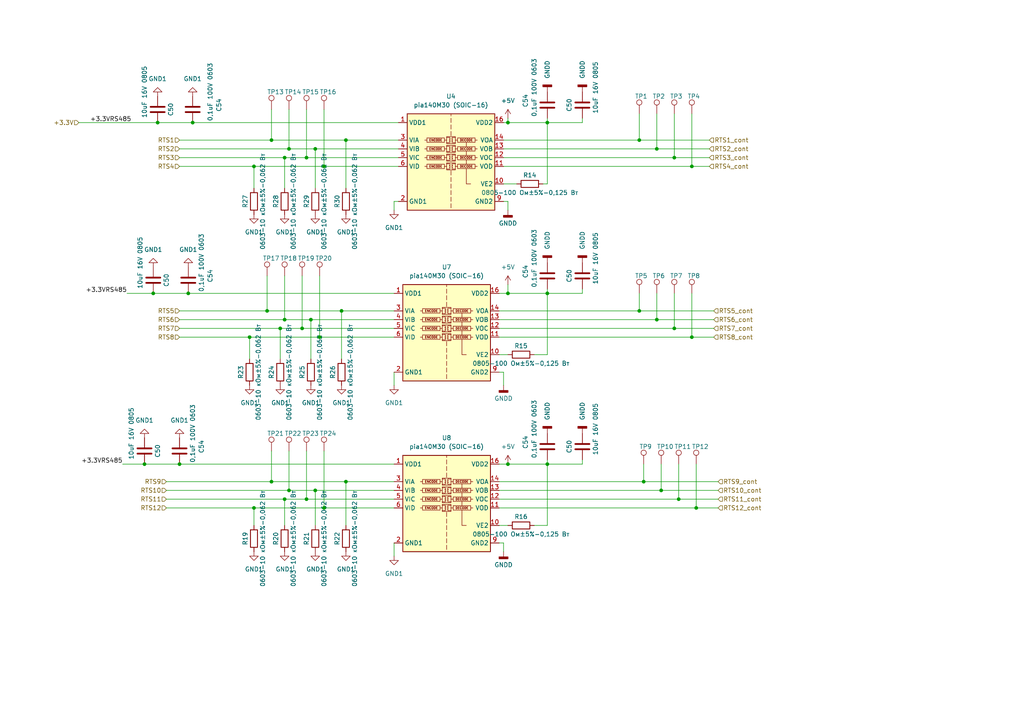
<source format=kicad_sch>
(kicad_sch (version 20230121) (generator eeschema)
  (paper "A4")
  (lib_symbols
    (symbol "Connector:TestPoint" (pin_numbers hide) (pin_names (offset 0.762) hide)
      (property "Reference" "TP" (at 0 6.858 0))
      (property "Value" "TestPoint" (at 0 5.08 0))
      (symbol "TestPoint_0_1"
        (circle (center 0 3.302) (radius 0.762))
      )
      (symbol "TestPoint_1_1"
        (pin passive line (at 0 0 90) (length 2.54) (name "1") (number "1"))
      )
    )
    (symbol "Device:C" (pin_numbers hide) (pin_names (offset 0.254))
      (property "Reference" "C" (at 0.635 2.54 0))
      (property "Value" "C" (at 0.635 -2.54 0))
      (symbol "C_0_1"
        (polyline (pts (xy -2.032 -0.762) (xy 2.032 -0.762)) (stroke (width 0.508)))
        (polyline (pts (xy -2.032 0.762) (xy 2.032 0.762)) (stroke (width 0.508)))
      )
      (symbol "C_1_1"
        (pin passive line (at 0 3.81 270) (length 2.794) (name "~") (number "1"))
        (pin passive line (at 0 -3.81 90) (length 2.794) (name "~") (number "2"))
      )
    )
    (symbol "Device:R" (pin_numbers hide) (pin_names (offset 0))
      (property "Reference" "R" (at 2.032 0 90))
      (property "Value" "R" (at 0 0 90))
      (symbol "R_0_1"
        (rectangle (start -1.016 -2.54) (end 1.016 2.54) (stroke (width 0.254)))
      )
      (symbol "R_1_1"
        (pin passive line (at 0 3.81 270) (length 1.27) (name "~") (number "1"))
        (pin passive line (at 0 -3.81 90) (length 1.27) (name "~") (number "2"))
      )
    )
    (symbol "Isolator:π140M3x"
      (property "Reference" "U" (at 0 19.05 0))
      (property "Value" "π140M3x" (at 0 16.51 0))
      (symbol "π140M3x_0_0"
        (rectangle (start -1.905 0.635) (end -6.985 -0.635))
        (rectangle (start -1.27 1.016) (end 1.27 -1.016))
        (rectangle (start -1.27 3.556) (end 1.27 1.524))
        (rectangle (start -1.27 6.096) (end 1.27 4.064))
        (rectangle (start -1.27 8.636) (end 1.27 6.604))
        (arc (start -0.508 -0.762) (mid -0.2551 -0.508) (end -0.508 -0.254))
        (arc (start -0.508 -0.254) (mid -0.2551 0) (end -0.508 0.254))
        (arc (start -0.508 0.254) (mid -0.2551 0.508) (end -0.508 0.762))
        (arc (start -0.508 1.778) (mid -0.2551 2.032) (end -0.508 2.286))
        (arc (start -0.508 2.286) (mid -0.2551 2.54) (end -0.508 2.794))
        (arc (start -0.508 2.794) (mid -0.2551 3.048) (end -0.508 3.302))
        (arc (start -0.508 4.318) (mid -0.2551 4.572) (end -0.508 4.826))
        (arc (start -0.508 4.826) (mid -0.2551 5.08) (end -0.508 5.334))
        (arc (start -0.508 5.334) (mid -0.2551 5.588) (end -0.508 5.842))
        (arc (start -0.508 6.858) (mid -0.2551 7.112) (end -0.508 7.366))
        (arc (start -0.508 7.366) (mid -0.2551 7.62) (end -0.508 7.874))
        (arc (start -0.508 7.874) (mid -0.2551 8.128) (end -0.508 8.382))
        (polyline (pts (xy -6.985 0) (xy -7.62 0)))
        (polyline (pts (xy -6.985 2.54) (xy -7.62 2.54)))
        (polyline (pts (xy -6.985 5.08) (xy -7.62 5.08)))
        (polyline (pts (xy -6.985 7.62) (xy -7.62 7.62)))
        (polyline (pts (xy -1.905 0) (xy -1.27 0)))
        (polyline (pts (xy -1.905 2.54) (xy -1.27 2.54)))
        (polyline (pts (xy -1.905 5.08) (xy -1.27 5.08)))
        (polyline (pts (xy -1.905 7.62) (xy -1.27 7.62)))
        (polyline (pts (xy -1.27 -0.762) (xy -0.508 -0.762)))
        (polyline (pts (xy -1.27 0.762) (xy -0.508 0.762)))
        (polyline (pts (xy -1.27 1.778) (xy -0.508 1.778)))
        (polyline (pts (xy -1.27 3.302) (xy -0.508 3.302)))
        (polyline (pts (xy -1.27 4.318) (xy -0.508 4.318)))
        (polyline (pts (xy -1.27 5.842) (xy -0.508 5.842)))
        (polyline (pts (xy -1.27 6.858) (xy -0.508 6.858)))
        (polyline (pts (xy -1.27 8.382) (xy -0.508 8.382)))
        (polyline (pts (xy 0 -10.795) (xy 0 -12.065)))
        (polyline (pts (xy 0 -8.89) (xy 0 -10.16)))
        (polyline (pts (xy 0 -6.985) (xy 0 -8.255)))
        (polyline (pts (xy 0 -5.08) (xy 0 -6.35)))
        (polyline (pts (xy 0 -3.175) (xy 0 -4.445)))
        (polyline (pts (xy 0 -1.27) (xy 0 -2.54)))
        (polyline (pts (xy 0 8.89) (xy 0 10.16)))
        (polyline (pts (xy 0 10.795) (xy 0 12.065)))
        (polyline (pts (xy 0 12.7) (xy 0 13.97)))
        (polyline (pts (xy 0 15.24) (xy 0 14.605)))
        (polyline (pts (xy 1.27 -0.762) (xy 0.508 -0.762)))
        (polyline (pts (xy 1.27 0.762) (xy 0.508 0.762)))
        (polyline (pts (xy 1.27 1.778) (xy 0.508 1.778)))
        (polyline (pts (xy 1.27 3.302) (xy 0.508 3.302)))
        (polyline (pts (xy 1.27 4.318) (xy 0.508 4.318)))
        (polyline (pts (xy 1.27 5.842) (xy 0.508 5.842)))
        (polyline (pts (xy 1.27 6.858) (xy 0.508 6.858)))
        (polyline (pts (xy 1.27 8.382) (xy 0.508 8.382)))
        (polyline (pts (xy 1.905 0) (xy 1.27 0)))
        (polyline (pts (xy 1.905 2.54) (xy 1.27 2.54)))
        (polyline (pts (xy 1.905 5.08) (xy 1.27 5.08)))
        (polyline (pts (xy 1.905 7.62) (xy 1.27 7.62)))
        (polyline (pts (xy 4.445 0.635) (xy 4.445 1.905)))
        (polyline (pts (xy 4.445 3.175) (xy 4.445 4.445)))
        (polyline (pts (xy 4.445 5.715) (xy 4.445 6.985)))
        (polyline (pts (xy 6.985 0) (xy 7.62 0)))
        (polyline (pts (xy 6.985 2.54) (xy 7.62 2.54)))
        (polyline (pts (xy 6.985 5.08) (xy 7.62 5.08)))
        (polyline (pts (xy 6.985 7.62) (xy 7.62 7.62)))
        (polyline (pts (xy 5.715 -5.08) (xy 4.445 -5.08) (xy 4.445 -0.635)))
        (arc (start 0.508 -0.254) (mid 0.2551 -0.508) (end 0.508 -0.762))
        (arc (start 0.508 0.254) (mid 0.2551 0) (end 0.508 -0.254))
        (arc (start 0.508 0.762) (mid 0.2551 0.508) (end 0.508 0.254))
        (arc (start 0.508 2.286) (mid 0.2551 2.032) (end 0.508 1.778))
        (arc (start 0.508 2.794) (mid 0.2551 2.54) (end 0.508 2.286))
        (arc (start 0.508 3.302) (mid 0.2551 3.048) (end 0.508 2.794))
        (arc (start 0.508 4.826) (mid 0.2551 4.572) (end 0.508 4.318))
        (arc (start 0.508 5.334) (mid 0.2551 5.08) (end 0.508 4.826))
        (arc (start 0.508 5.842) (mid 0.2551 5.588) (end 0.508 5.334))
        (arc (start 0.508 7.366) (mid 0.2551 7.112) (end 0.508 6.858))
        (arc (start 0.508 7.874) (mid 0.2551 7.62) (end 0.508 7.366))
        (arc (start 0.508 8.382) (mid 0.2551 8.128) (end 0.508 7.874))
        (rectangle (start 1.905 0.635) (end 6.985 -0.635))
        (rectangle (start 1.905 3.175) (end 6.985 1.905))
        (rectangle (start 1.905 5.715) (end 6.985 4.445))
        (rectangle (start 1.905 8.255) (end 6.985 6.985))
        (text "DECODE" (at 4.445 0 0) (effects (font (size 0.635 0.635))))
        (text "DECODE" (at 4.445 2.54 0) (effects (font (size 0.635 0.635))))
        (text "DECODE" (at 4.445 5.08 0) (effects (font (size 0.635 0.635))))
        (text "DECODE" (at 4.445 7.62 0) (effects (font (size 0.635 0.635))))
        (text "ENCODE" (at -4.445 0 0) (effects (font (size 0.635 0.635))))
        (text "ENCODE" (at -4.445 2.54 0) (effects (font (size 0.635 0.635))))
        (text "ENCODE" (at -4.445 5.08 0) (effects (font (size 0.635 0.635))))
        (text "ENCODE" (at -4.445 7.62 0) (effects (font (size 0.635 0.635))))
      )
      (symbol "π140M3x_0_1"
        (rectangle (start -12.7 15.24) (end 12.7 -12.7) (stroke (width 0.254)) (fill (type background)))
        (rectangle (start -1.905 3.175) (end -6.985 1.905))
        (rectangle (start -1.905 5.715) (end -6.985 4.445))
        (rectangle (start -1.905 8.255) (end -6.985 6.985))
      )
      (symbol "π140M3x_1_1"
        (pin power_in line (at -15.24 12.7 0) (length 2.54) (name "VDD1") (number "1"))
        (pin input line (at 15.24 -5.08 180) (length 2.54) (name "VE2") (number "10"))
        (pin output line (at 15.24 0 180) (length 2.54) (name "VOD") (number "11"))
        (pin output line (at 15.24 2.54 180) (length 2.54) (name "VOC") (number "12"))
        (pin output line (at 15.24 5.08 180) (length 2.54) (name "VOB") (number "13"))
        (pin output line (at 15.24 7.62 180) (length 2.54) (name "VOA") (number "14"))
        (pin passive line (at 15.24 -10.16 180) (length 2.54) hide (name "GND2") (number "15"))
        (pin power_in line (at 15.24 12.7 180) (length 2.54) (name "VDD2") (number "16"))
        (pin power_in line (at -15.24 -10.16 0) (length 2.54) (name "GND1") (number "2"))
        (pin input line (at -15.24 7.62 0) (length 2.54) (name "VIA") (number "3"))
        (pin input line (at -15.24 5.08 0) (length 2.54) (name "VIB") (number "4"))
        (pin input line (at -15.24 2.54 0) (length 2.54) (name "VIC") (number "5"))
        (pin input line (at -15.24 0 0) (length 2.54) (name "VID") (number "6"))
        (pin no_connect line (at -12.7 -5.08 0) (length 2.54) hide (name "NC") (number "7"))
        (pin passive line (at -15.24 -10.16 0) (length 2.54) hide (name "GND1") (number "8"))
        (pin power_in line (at 15.24 -10.16 180) (length 2.54) (name "GND2") (number "9"))
      )
    )
    (symbol "PCM_4ms_Power-symbol:+5V" (power) (pin_numbers hide) (pin_names (offset 0) hide)
      (property "Value" "+5V" (at 0 3.556 0))
      (symbol "+5V_0_1"
        (polyline (pts (xy -0.762 1.27) (xy 0 2.54)))
        (polyline (pts (xy 0 0) (xy 0 2.54)))
        (polyline (pts (xy 0 2.54) (xy 0.762 1.27)))
      )
      (symbol "+5V_1_1"
        (pin power_in line (at 0 0 90) (length 0) hide (name "+5V") (number "1"))
      )
    )
    (symbol "power:GND1" (power) (pin_numbers hide) (pin_names (offset 0) hide)
      (property "Value" "GND1" (at 0 -3.81 0))
      (symbol "GND1_0_1"
        (polyline (pts (xy 0 0) (xy 0 -1.27) (xy 1.27 -1.27) (xy 0 -2.54) (xy -1.27 -1.27) (xy 0 -1.27)))
      )
      (symbol "GND1_1_1"
        (pin power_in line (at 0 0 270) (length 0) hide (name "GND1") (number "1"))
      )
    )
    (symbol "power:GNDD" (power) (pin_numbers hide) (pin_names (offset 0) hide)
      (property "Value" "GNDD" (at 0 -3.175 0))
      (symbol "GNDD_0_1"
        (rectangle (start -1.27 -1.524) (end 1.27 -2.032) (stroke (width 0.254)) (fill (type outline)))
        (polyline (pts (xy 0 0) (xy 0 -1.524)))
      )
      (symbol "GNDD_1_1"
        (pin power_in line (at 0 0 270) (length 0) hide (name "GNDD") (number "1"))
      )
    )
  )
  (junction (at 190.5 92.71))
  (junction (at 44.45 85.09))
  (junction (at 52.07 134.62))
  (junction (at 100.33 139.7))
  (junction (at 158.75 35.56))
  (junction (at 195.58 95.25))
  (junction (at 185.42 90.17))
  (junction (at 185.42 40.64))
  (junction (at 78.74 40.64))
  (junction (at 82.55 92.71))
  (junction (at 100.33 40.64))
  (junction (at 91.44 142.24))
  (junction (at 200.66 48.26))
  (junction (at 99.06 90.17))
  (junction (at 186.69 139.7))
  (junction (at 147.32 35.56))
  (junction (at 54.61 85.09))
  (junction (at 201.93 147.32))
  (junction (at 158.75 134.62))
  (junction (at 73.66 147.32))
  (junction (at 158.75 85.09))
  (junction (at 90.17 92.71))
  (junction (at 147.32 134.62))
  (junction (at 83.82 142.24))
  (junction (at 72.39 97.79))
  (junction (at 93.98 48.26))
  (junction (at 82.55 45.72))
  (junction (at 83.82 43.18))
  (junction (at 196.85 144.78))
  (junction (at 88.9 144.78))
  (junction (at 190.5 43.18))
  (junction (at 91.44 43.18))
  (junction (at 93.98 147.32))
  (junction (at 191.77 142.24))
  (junction (at 41.91 134.62))
  (junction (at 81.28 95.25))
  (junction (at 195.58 45.72))
  (junction (at 78.74 139.7))
  (junction (at 73.66 48.26))
  (junction (at 92.71 97.79))
  (junction (at 55.88 35.56))
  (junction (at 77.47 90.17))
  (junction (at 88.9 45.72))
  (junction (at 147.32 85.09))
  (junction (at 82.55 144.78))
  (junction (at 45.72 35.56))
  (junction (at 87.63 95.25))
  (junction (at 200.66 97.79))
  (wire (pts (xy 147.32 82.55) (xy 147.32 85.09)))
  (wire (pts (xy 93.98 31.75) (xy 93.98 48.26)))
  (wire (pts (xy 190.5 43.18) (xy 205.74 43.18)))
  (wire (pts (xy 201.93 134.62) (xy 201.93 147.32)))
  (wire (pts (xy 185.42 33.02) (xy 185.42 40.64)))
  (wire (pts (xy 144.78 139.7) (xy 186.69 139.7)))
  (wire (pts (xy 99.06 90.17) (xy 99.06 104.14)))
  (wire (pts (xy 90.17 104.14) (xy 90.17 92.71)))
  (wire (pts (xy 144.78 147.32) (xy 201.93 147.32)))
  (wire (pts (xy 146.05 48.26) (xy 200.66 48.26)))
  (wire (pts (xy 158.75 34.29) (xy 158.75 35.56)))
  (wire (pts (xy 93.98 147.32) (xy 114.3 147.32)))
  (wire (pts (xy 190.5 92.71) (xy 207.01 92.71)))
  (wire (pts (xy 191.77 142.24) (xy 208.28 142.24)))
  (wire (pts (xy 146.05 45.72) (xy 195.58 45.72)))
  (wire (pts (xy 147.32 134.62) (xy 158.75 134.62)))
  (wire (pts (xy 168.91 83.82) (xy 168.91 85.09)))
  (wire (pts (xy 190.5 85.09) (xy 190.5 92.71)))
  (wire (pts (xy 82.55 144.78) (xy 82.55 152.4)))
  (wire (pts (xy 195.58 33.02) (xy 195.58 45.72)))
  (wire (pts (xy 52.07 43.18) (xy 83.82 43.18)))
  (wire (pts (xy 200.66 97.79) (xy 207.01 97.79)))
  (wire (pts (xy 100.33 139.7) (xy 100.33 152.4)))
  (wire (pts (xy 185.42 40.64) (xy 205.74 40.64)))
  (wire (pts (xy 88.9 144.78) (xy 114.3 144.78)))
  (wire (pts (xy 82.55 92.71) (xy 90.17 92.71)))
  (wire (pts (xy 88.9 130.81) (xy 88.9 144.78)))
  (wire (pts (xy 44.45 85.09) (xy 54.61 85.09)))
  (wire (pts (xy 200.66 85.09) (xy 200.66 97.79)))
  (wire (pts (xy 200.66 48.26) (xy 205.74 48.26)))
  (wire (pts (xy 186.69 139.7) (xy 208.28 139.7)))
  (wire (pts (xy 158.75 152.4) (xy 158.75 134.62)))
  (wire (pts (xy 146.05 107.95) (xy 146.05 111.76)))
  (wire (pts (xy 154.94 152.4) (xy 158.75 152.4)))
  (wire (pts (xy 195.58 95.25) (xy 207.01 95.25)))
  (wire (pts (xy 190.5 33.02) (xy 190.5 43.18)))
  (wire (pts (xy 144.78 107.95) (xy 146.05 107.95)))
  (wire (pts (xy 77.47 90.17) (xy 99.06 90.17)))
  (wire (pts (xy 48.26 142.24) (xy 83.82 142.24)))
  (wire (pts (xy 196.85 144.78) (xy 208.28 144.78)))
  (wire (pts (xy 83.82 130.81) (xy 83.82 142.24)))
  (wire (pts (xy 114.3 157.48) (xy 114.3 161.29)))
  (wire (pts (xy 54.61 85.09) (xy 114.3 85.09)))
  (wire (pts (xy 52.07 45.72) (xy 82.55 45.72)))
  (wire (pts (xy 168.91 34.29) (xy 168.91 35.56)))
  (wire (pts (xy 78.74 139.7) (xy 100.33 139.7)))
  (wire (pts (xy 78.74 130.81) (xy 78.74 139.7)))
  (wire (pts (xy 146.05 53.34) (xy 149.86 53.34)))
  (wire (pts (xy 81.28 95.25) (xy 87.63 95.25)))
  (wire (pts (xy 78.74 31.75) (xy 78.74 40.64)))
  (wire (pts (xy 88.9 31.75) (xy 88.9 45.72)))
  (wire (pts (xy 48.26 139.7) (xy 78.74 139.7)))
  (wire (pts (xy 78.74 40.64) (xy 100.33 40.64)))
  (wire (pts (xy 72.39 97.79) (xy 72.39 104.14)))
  (wire (pts (xy 93.98 48.26) (xy 115.57 48.26)))
  (wire (pts (xy 92.71 97.79) (xy 114.3 97.79)))
  (wire (pts (xy 55.88 35.56) (xy 115.57 35.56)))
  (wire (pts (xy 82.55 45.72) (xy 88.9 45.72)))
  (wire (pts (xy 91.44 43.18) (xy 115.57 43.18)))
  (wire (pts (xy 48.26 147.32) (xy 73.66 147.32)))
  (wire (pts (xy 144.78 95.25) (xy 195.58 95.25)))
  (wire (pts (xy 73.66 147.32) (xy 73.66 152.4)))
  (wire (pts (xy 146.05 40.64) (xy 185.42 40.64)))
  (wire (pts (xy 82.55 80.01) (xy 82.55 92.71)))
  (wire (pts (xy 100.33 40.64) (xy 100.33 54.61)))
  (wire (pts (xy 144.78 157.48) (xy 146.05 157.48)))
  (wire (pts (xy 99.06 90.17) (xy 114.3 90.17)))
  (wire (pts (xy 158.75 53.34) (xy 158.75 35.56)))
  (wire (pts (xy 144.78 92.71) (xy 190.5 92.71)))
  (wire (pts (xy 195.58 85.09) (xy 195.58 95.25)))
  (wire (pts (xy 144.78 144.78) (xy 196.85 144.78)))
  (wire (pts (xy 83.82 31.75) (xy 83.82 43.18)))
  (wire (pts (xy 73.66 48.26) (xy 93.98 48.26)))
  (wire (pts (xy 52.07 92.71) (xy 82.55 92.71)))
  (wire (pts (xy 146.05 35.56) (xy 147.32 35.56)))
  (wire (pts (xy 73.66 147.32) (xy 93.98 147.32)))
  (wire (pts (xy 91.44 43.18) (xy 91.44 54.61)))
  (wire (pts (xy 144.78 152.4) (xy 147.32 152.4)))
  (wire (pts (xy 52.07 134.62) (xy 114.3 134.62)))
  (wire (pts (xy 52.07 90.17) (xy 77.47 90.17)))
  (wire (pts (xy 144.78 102.87) (xy 147.32 102.87)))
  (wire (pts (xy 191.77 134.62) (xy 191.77 142.24)))
  (wire (pts (xy 52.07 48.26) (xy 73.66 48.26)))
  (wire (pts (xy 144.78 85.09) (xy 147.32 85.09)))
  (wire (pts (xy 72.39 97.79) (xy 92.71 97.79)))
  (wire (pts (xy 196.85 134.62) (xy 196.85 144.78)))
  (wire (pts (xy 36.83 85.09) (xy 44.45 85.09)))
  (wire (pts (xy 168.91 133.35) (xy 168.91 134.62)))
  (wire (pts (xy 201.93 147.32) (xy 208.28 147.32)))
  (wire (pts (xy 83.82 43.18) (xy 91.44 43.18)))
  (wire (pts (xy 22.86 35.56) (xy 45.72 35.56)))
  (wire (pts (xy 114.3 58.42) (xy 114.3 60.96)))
  (wire (pts (xy 144.78 90.17) (xy 185.42 90.17)))
  (wire (pts (xy 200.66 33.02) (xy 200.66 48.26)))
  (wire (pts (xy 144.78 134.62) (xy 147.32 134.62)))
  (wire (pts (xy 185.42 85.09) (xy 185.42 90.17)))
  (wire (pts (xy 88.9 45.72) (xy 115.57 45.72)))
  (wire (pts (xy 168.91 85.09) (xy 158.75 85.09)))
  (wire (pts (xy 48.26 144.78) (xy 82.55 144.78)))
  (wire (pts (xy 73.66 48.26) (xy 73.66 54.61)))
  (wire (pts (xy 35.56 134.62) (xy 41.91 134.62)))
  (wire (pts (xy 52.07 95.25) (xy 81.28 95.25)))
  (wire (pts (xy 146.05 43.18) (xy 190.5 43.18)))
  (wire (pts (xy 168.91 35.56) (xy 158.75 35.56)))
  (wire (pts (xy 52.07 40.64) (xy 78.74 40.64)))
  (wire (pts (xy 87.63 80.01) (xy 87.63 95.25)))
  (wire (pts (xy 158.75 35.56) (xy 147.32 35.56)))
  (wire (pts (xy 195.58 45.72) (xy 205.74 45.72)))
  (wire (pts (xy 77.47 80.01) (xy 77.47 90.17)))
  (wire (pts (xy 185.42 90.17) (xy 207.01 90.17)))
  (wire (pts (xy 144.78 97.79) (xy 200.66 97.79)))
  (wire (pts (xy 158.75 133.35) (xy 158.75 134.62)))
  (wire (pts (xy 91.44 142.24) (xy 114.3 142.24)))
  (wire (pts (xy 52.07 97.79) (xy 72.39 97.79)))
  (wire (pts (xy 87.63 95.25) (xy 114.3 95.25)))
  (wire (pts (xy 100.33 139.7) (xy 114.3 139.7)))
  (wire (pts (xy 82.55 144.78) (xy 88.9 144.78)))
  (wire (pts (xy 158.75 134.62) (xy 168.91 134.62)))
  (wire (pts (xy 41.91 134.62) (xy 52.07 134.62)))
  (wire (pts (xy 81.28 95.25) (xy 81.28 104.14)))
  (wire (pts (xy 147.32 58.42) (xy 147.32 60.96)))
  (wire (pts (xy 82.55 45.72) (xy 82.55 54.61)))
  (wire (pts (xy 45.72 35.56) (xy 55.88 35.56)))
  (wire (pts (xy 114.3 58.42) (xy 115.57 58.42)))
  (wire (pts (xy 144.78 142.24) (xy 191.77 142.24)))
  (wire (pts (xy 147.32 35.56) (xy 147.32 34.29)))
  (wire (pts (xy 114.3 107.95) (xy 114.3 111.76)))
  (wire (pts (xy 90.17 92.71) (xy 114.3 92.71)))
  (wire (pts (xy 83.82 142.24) (xy 91.44 142.24)))
  (wire (pts (xy 147.32 85.09) (xy 158.75 85.09)))
  (wire (pts (xy 146.05 58.42) (xy 147.32 58.42)))
  (wire (pts (xy 93.98 130.81) (xy 93.98 147.32)))
  (wire (pts (xy 154.94 102.87) (xy 158.75 102.87)))
  (wire (pts (xy 158.75 83.82) (xy 158.75 85.09)))
  (wire (pts (xy 158.75 102.87) (xy 158.75 85.09)))
  (wire (pts (xy 92.71 80.01) (xy 92.71 97.79)))
  (wire (pts (xy 146.05 157.48) (xy 146.05 160.02)))
  (wire (pts (xy 91.44 142.24) (xy 91.44 152.4)))
  (wire (pts (xy 157.48 53.34) (xy 158.75 53.34)))
  (wire (pts (xy 100.33 40.64) (xy 115.57 40.64)))
  (wire (pts (xy 186.69 134.62) (xy 186.69 139.7)))
  (label "+3.3VRS485" (at 35.56 134.62 180))
  (label "+3.3VRS485" (at 36.83 85.09 180))
  (label "+3.3VRS485" (at 38.1 35.56 180))
  (hierarchical_label "RTS8" (shape input) (at 52.07 97.79 180))
  (hierarchical_label "RTS3" (shape input) (at 52.07 45.72 180))
  (hierarchical_label "RTS11" (shape input) (at 48.26 144.78 180))
  (hierarchical_label "RTS9_cont" (shape input) (at 208.28 139.7 0))
  (hierarchical_label "RTS7" (shape input) (at 52.07 95.25 180))
  (hierarchical_label "RTS2" (shape input) (at 52.07 43.18 180))
  (hierarchical_label "RTS8_cont" (shape input) (at 207.01 97.79 0))
  (hierarchical_label "RTS10_cont" (shape input) (at 208.28 142.24 0))
  (hierarchical_label "RTS4" (shape input) (at 52.07 48.26 180))
  (hierarchical_label "RTS6_cont" (shape input) (at 207.01 92.71 0))
  (hierarchical_label "RTS4_cont" (shape input) (at 205.74 48.26 0))
  (hierarchical_label "RTS12_cont" (shape input) (at 208.28 147.32 0))
  (hierarchical_label "RTS7_cont" (shape input) (at 207.01 95.25 0))
  (hierarchical_label "RTS3_cont" (shape input) (at 205.74 45.72 0))
  (hierarchical_label "RTS11_cont" (shape input) (at 208.28 144.78 0))
  (hierarchical_label "RTS5" (shape input) (at 52.07 90.17 180))
  (hierarchical_label "RTS12" (shape input) (at 48.26 147.32 180))
  (hierarchical_label "RTS10" (shape input) (at 48.26 142.24 180))
  (hierarchical_label "+3.3V" (shape input) (at 22.86 35.56 180))
  (hierarchical_label "RTS9" (shape input) (at 48.26 139.7 180))
  (hierarchical_label "RTS2_cont" (shape input) (at 205.74 43.18 0))
  (hierarchical_label "RTS5_cont" (shape input) (at 207.01 90.17 0))
  (hierarchical_label "RTS1" (shape input) (at 52.07 40.64 180))
  (hierarchical_label "RTS6" (shape input) (at 52.07 92.71 180))
  (hierarchical_label "RTS1_cont" (shape input) (at 205.74 40.64 0))
  (symbol (lib_id "power:GNDD") (at 158.75 125.73 180) (unit 1)
    (property "Reference" "#PWR0126" (effects hide))
    (property "Value" "GNDD" (at 158.75 121.92 90) (effects (justify right)))
    (instances (project "ПА и коммутации" (path "" (reference "#PWR0126") (unit 1))) (project "Плата основного контроллера" (path "" (reference "#PWR038") (unit 1)) (path "" (reference "#PWR064") (unit 1))) (project "Плата внешних шаговых двигателей" (path "" (reference "#PWR014") (unit 1))) (project "ИБП" (path "" (reference "#PWR0188") (unit 1)) (path "" (reference "#PWR0189") (unit 1)) (path "" (reference "#PWR0217") (unit 1))) (project "CommonControl" (path "" (reference "#PWR014") (unit 1)) (path "" (reference "#PWR0126") (unit 1))))
  )
  (symbol (lib_id "power:GNDD") (at 147.32 60.96 0) (unit 1)
    (property "Reference" "#PWR020" (effects hide))
    (property "Value" "GNDD" (at 147.32 64.77 0))
    (instances (project "Плата основного контроллера" (path "" (reference "#PWR020") (unit 1)) (path "" (reference "#PWR054") (unit 1))) (project "Плата внешних шаговых двигателей" (path "" (reference "#PWR019") (unit 1))))
  )
  (symbol (lib_id "Device:R") (at 100.33 156.21 0) (unit 1)
    (property "Reference" "R22" (at 97.79 156.21 90))
    (property "Value" "0603-10 кОм±5%-0,062 Вт" (at 102.87 156.21 90))
    (property "Footprint" "PCM_4ms_Resistor:R_0603" (effects hide))
  )
  (symbol (lib_id "power:GNDD") (at 168.91 125.73 180) (unit 1)
    (property "Reference" "#PWR0122" (effects hide))
    (property "Value" "GNDD" (at 168.91 121.92 90) (effects (justify right)))
    (instances (project "ПА и коммутации" (path "" (reference "#PWR0122") (unit 1))) (project "Плата основного контроллера" (path "" (reference "#PWR024") (unit 1)) (path "" (reference "#PWR065") (unit 1))) (project "Плата внешних шаговых двигателей" (path "" (reference "#PWR014") (unit 1))) (project "ИБП" (path "" (reference "#PWR0188") (unit 1)) (path "" (reference "#PWR0189") (unit 1)) (path "" (reference "#PWR0213") (unit 1))) (project "CommonControl" (path "" (reference "#PWR014") (unit 1)) (path "" (reference "#PWR0122") (unit 1))))
  )
  (symbol (lib_id "Connector:TestPoint") (at 78.74 31.75 0) (unit 1) (in_bom no)
    (property "Reference" "TP13" (at 77.47 26.67 0) (effects (justify left)))
    (property "Value" "TestPoint" (effects hide))
    (property "Footprint" "PCM_4ms_TestPoint:TestPoint_D1" (effects hide))
    (instances (project "Плата основного контроллера" (path "" (reference "TP13") (unit 1))) (project "Плата внешних шаговых двигателей" (path "" (reference "TP22") (unit 1)) (path "" (reference "TP1") (unit 1))))
  )
  (symbol (lib_id "Device:R") (at 72.39 107.95 0) (unit 1)
    (property "Reference" "R23" (at 69.85 107.95 90))
    (property "Value" "0603-10 кОм±5%-0,062 Вт" (at 74.93 107.95 90))
    (property "Footprint" "PCM_4ms_Resistor:R_0603" (effects hide))
  )
  (symbol (lib_id "Connector:TestPoint") (at 93.98 130.81 0) (unit 1) (in_bom no)
    (property "Reference" "TP24" (at 92.71 125.73 0) (effects (justify left)))
    (property "Value" "TestPoint" (effects hide))
    (property "Footprint" "PCM_4ms_TestPoint:TestPoint_D1" (effects hide))
    (instances (project "Плата основного контроллера" (path "" (reference "TP24") (unit 1))) (project "Плата внешних шаговых двигателей" (path "" (reference "TP22") (unit 1)) (path "" (reference "TP1") (unit 1))))
  )
  (symbol (lib_id "Connector:TestPoint") (at 195.58 85.09 0) (unit 1) (in_bom no)
    (property "Reference" "TP7" (at 194.31 80.01 0) (effects (justify left)))
    (property "Value" "TestPoint" (effects hide))
    (property "Footprint" "PCM_4ms_TestPoint:TestPoint_D1" (effects hide))
    (instances (project "Плата основного контроллера" (path "" (reference "TP7") (unit 1))) (project "Плата внешних шаговых двигателей" (path "" (reference "TP22") (unit 1)) (path "" (reference "TP1") (unit 1))))
  )
  (symbol (lib_id "power:GND1") (at 72.39 111.76 0) (unit 1)
    (property "Reference" "#PWR016" (effects hide))
    (property "Value" "GND1" (at 72.39 116.84 0))
    (instances (project "Плата основного контроллера" (path "" (reference "#PWR016") (unit 1)) (path "" (reference "#PWR029") (unit 1))) (project "Плата внешних шаговых двигателей" (path "" (reference "#PWR015") (unit 1))))
  )
  (symbol (lib_id "Device:C") (at 55.88 31.75 0) (mirror x) (unit 1)
    (property "Reference" "C54" (at 63.5 30.48 90))
    (property "Value" "0,1uF 100V 0603" (at 60.96 26.67 90))
    (property "Footprint" "Capacitor_SMD:C_0603_1608Metric" (effects hide))
    (instances (project "ПА и коммутации" (path "" (reference "C54") (unit 1))) (project "Плата основного контроллера" (path "" (reference "C22") (unit 1)) (path "" (reference "C29") (unit 1))) (project "ИБП" (path "" (reference "C140") (unit 1))) (project "CommonControl" (path "" (reference "C54") (unit 1))))
  )
  (symbol (lib_id "power:GNDD") (at 158.75 76.2 180) (unit 1)
    (property "Reference" "#PWR0126" (effects hide))
    (property "Value" "GNDD" (at 158.75 72.39 90) (effects (justify right)))
    (instances (project "ПА и коммутации" (path "" (reference "#PWR0126") (unit 1))) (project "Плата основного контроллера" (path "" (reference "#PWR038") (unit 1)) (path "" (reference "#PWR062") (unit 1))) (project "Плата внешних шаговых двигателей" (path "" (reference "#PWR014") (unit 1))) (project "ИБП" (path "" (reference "#PWR0188") (unit 1)) (path "" (reference "#PWR0189") (unit 1)) (path "" (reference "#PWR0217") (unit 1))) (project "CommonControl" (path "" (reference "#PWR014") (unit 1)) (path "" (reference "#PWR0126") (unit 1))))
  )
  (symbol (lib_id "Device:C") (at 168.91 30.48 0) (unit 1)
    (property "Reference" "C50" (at 165.1 30.48 90))
    (property "Value" "10uF 16V 0805" (at 172.72 25.4 90))
    (property "Footprint" "PCM_Capacitor_SMD_AKL:C_0805_2012Metric_Pad1.18x1.45mm_HandSolder" (effects hide))
    (instances (project "ПА и коммутации" (path "" (reference "C50") (unit 1))) (project "Плата основного контроллера" (path "" (reference "C18") (unit 1)) (path "" (reference "C23") (unit 1))) (project "ИБП" (path "" (reference "C136") (unit 1))) (project "CommonControl" (path "" (reference "C50") (unit 1))))
  )
  (symbol (lib_id "Connector:TestPoint") (at 196.85 134.62 0) (unit 1) (in_bom no)
    (property "Reference" "TP11" (at 195.58 129.54 0) (effects (justify left)))
    (property "Value" "TestPoint" (effects hide))
    (property "Footprint" "PCM_4ms_TestPoint:TestPoint_D1" (effects hide))
    (instances (project "Плата основного контроллера" (path "" (reference "TP11") (unit 1))) (project "Плата внешних шаговых двигателей" (path "" (reference "TP22") (unit 1)) (path "" (reference "TP1") (unit 1))))
  )
  (symbol (lib_id "Device:R") (at 91.44 156.21 0) (unit 1)
    (property "Reference" "R21" (at 88.9 156.21 90))
    (property "Value" "0603-10 кОм±5%-0,062 Вт" (at 93.98 156.21 90))
    (property "Footprint" "PCM_4ms_Resistor:R_0603" (effects hide))
  )
  (symbol (lib_id "Connector:TestPoint") (at 82.55 80.01 0) (unit 1) (in_bom no)
    (property "Reference" "TP18" (at 81.28 74.93 0) (effects (justify left)))
    (property "Value" "TestPoint" (effects hide))
    (property "Footprint" "PCM_4ms_TestPoint:TestPoint_D1" (effects hide))
    (instances (project "Плата основного контроллера" (path "" (reference "TP18") (unit 1))) (project "Плата внешних шаговых двигателей" (path "" (reference "TP22") (unit 1)) (path "" (reference "TP1") (unit 1))))
  )
  (symbol (lib_id "power:GND1") (at 44.45 77.47 180) (unit 1)
    (property "Reference" "#PWR016" (effects hide))
    (property "Value" "GND1" (at 44.45 72.39 0))
    (instances (project "Плата основного контроллера" (path "" (reference "#PWR016") (unit 1)) (path "" (reference "#PWR068") (unit 1))) (project "Плата внешних шаговых двигателей" (path "" (reference "#PWR015") (unit 1))))
  )
  (symbol (lib_id "power:GND1") (at 114.3 111.76 0) (unit 1)
    (property "Reference" "#PWR016" (effects hide))
    (property "Value" "GND1" (at 114.3 116.84 0))
    (instances (project "Плата основного контроллера" (path "" (reference "#PWR016") (unit 1)) (path "" (reference "#PWR052") (unit 1))) (project "Плата внешних шаговых двигателей" (path "" (reference "#PWR015") (unit 1))))
  )
  (symbol (lib_id "power:GND1") (at 100.33 160.02 0) (unit 1)
    (property "Reference" "#PWR016" (effects hide))
    (property "Value" "GND1" (at 100.33 165.1 0))
    (instances (project "Плата основного контроллера" (path "" (reference "#PWR016") (unit 1)) (path "" (reference "#PWR082") (unit 1))) (project "Плата внешних шаговых двигателей" (path "" (reference "#PWR015") (unit 1))))
  )
  (symbol (lib_id "Isolator:π140M3x") (at 130.81 48.26 0) (unit 1)
    (property "Reference" "U4" (at 130.81 27.94 0))
    (property "Value" "pia140M30 (SOIC-16)" (at 130.81 30.48 0))
    (property "Footprint" "Package_SO:SOIC-16_3.9x9.9mm_P1.27mm" (effects hide))
    (property "Datasheet" "https://wmsc.lcsc.com/wmsc/upload/file/pdf/v2/lcsc/2001082007_2Pai-Semi--141M30_C471604.pdf" (effects hide))
  )
  (symbol (lib_id "Device:R") (at 151.13 102.87 270) (unit 1)
    (property "Reference" "R15" (at 151.13 100.33 90))
    (property "Value" "0805-100 Ом±5%-0,125 Вт" (at 151.13 105.41 90))
    (property "Footprint" "PCM_4ms_Resistor:R_0805_2012Metric" (effects hide))
  )
  (symbol (lib_id "power:GND1") (at 82.55 160.02 0) (unit 1)
    (property "Reference" "#PWR016" (effects hide))
    (property "Value" "GND1" (at 82.55 165.1 0))
    (instances (project "Плата основного контроллера" (path "" (reference "#PWR016") (unit 1)) (path "" (reference "#PWR080") (unit 1))) (project "Плата внешних шаговых двигателей" (path "" (reference "#PWR015") (unit 1))))
  )
  (symbol (lib_id "Connector:TestPoint") (at 185.42 33.02 0) (unit 1) (in_bom no)
    (property "Reference" "TP1" (at 184.15 27.94 0) (effects (justify left)))
    (property "Value" "TestPoint" (effects hide))
    (property "Footprint" "PCM_4ms_TestPoint:TestPoint_D1" (effects hide))
    (instances (project "Плата основного контроллера" (path "" (reference "TP1") (unit 1))) (project "Плата внешних шаговых двигателей" (path "" (reference "TP22") (unit 1)) (path "" (reference "TP1") (unit 1))))
  )
  (symbol (lib_id "Device:C") (at 168.91 129.54 0) (unit 1)
    (property "Reference" "C50" (at 165.1 129.54 90))
    (property "Value" "10uF 16V 0805" (at 172.72 124.46 90))
    (property "Footprint" "PCM_Capacitor_SMD_AKL:C_0805_2012Metric_Pad1.18x1.45mm_HandSolder" (effects hide))
    (instances (project "ПА и коммутации" (path "" (reference "C50") (unit 1))) (project "Плата основного контроллера" (path "" (reference "C18") (unit 1)) (path "" (reference "C28") (unit 1))) (project "ИБП" (path "" (reference "C136") (unit 1))) (project "CommonControl" (path "" (reference "C50") (unit 1))))
  )
  (symbol (lib_id "power:GND1") (at 52.07 127 180) (unit 1)
    (property "Reference" "#PWR016" (effects hide))
    (property "Value" "GND1" (at 52.07 121.92 0))
    (instances (project "Плата основного контроллера" (path "" (reference "#PWR016") (unit 1)) (path "" (reference "#PWR071") (unit 1))) (project "Плата внешних шаговых двигателей" (path "" (reference "#PWR015") (unit 1))))
  )
  (symbol (lib_id "Connector:TestPoint") (at 200.66 33.02 0) (unit 1) (in_bom no)
    (property "Reference" "TP4" (at 199.39 27.94 0) (effects (justify left)))
    (property "Value" "TestPoint" (effects hide))
    (property "Footprint" "PCM_4ms_TestPoint:TestPoint_D1" (effects hide))
    (instances (project "Плата основного контроллера" (path "" (reference "TP4") (unit 1))) (project "Плата внешних шаговых двигателей" (path "" (reference "TP22") (unit 1)) (path "" (reference "TP1") (unit 1))))
  )
  (symbol (lib_id "Isolator:π140M3x") (at 129.54 97.79 0) (unit 1)
    (property "Reference" "U7" (at 129.54 77.47 0))
    (property "Value" "pia140M30 (SOIC-16)" (at 129.54 80.01 0))
    (property "Footprint" "Package_SO:SOIC-16_3.9x9.9mm_P1.27mm" (effects hide))
    (property "Datasheet" "https://wmsc.lcsc.com/wmsc/upload/file/pdf/v2/lcsc/2001082007_2Pai-Semi--141M30_C471604.pdf" (effects hide))
  )
  (symbol (lib_id "Connector:TestPoint") (at 92.71 80.01 0) (unit 1) (in_bom no)
    (property "Reference" "TP20" (at 91.44 74.93 0) (effects (justify left)))
    (property "Value" "TestPoint" (effects hide))
    (property "Footprint" "PCM_4ms_TestPoint:TestPoint_D1" (effects hide))
    (instances (project "Плата основного контроллера" (path "" (reference "TP20") (unit 1))) (project "Плата внешних шаговых двигателей" (path "" (reference "TP22") (unit 1)) (path "" (reference "TP1") (unit 1))))
  )
  (symbol (lib_id "power:GNDD") (at 158.75 26.67 180) (unit 1)
    (property "Reference" "#PWR0126" (effects hide))
    (property "Value" "GNDD" (at 158.75 22.86 90) (effects (justify right)))
    (instances (project "ПА и коммутации" (path "" (reference "#PWR0126") (unit 1))) (project "Плата основного контроллера" (path "" (reference "#PWR038") (unit 1)) (path "" (reference "#PWR061") (unit 1))) (project "Плата внешних шаговых двигателей" (path "" (reference "#PWR014") (unit 1))) (project "ИБП" (path "" (reference "#PWR0188") (unit 1)) (path "" (reference "#PWR0189") (unit 1)) (path "" (reference "#PWR0217") (unit 1))) (project "CommonControl" (path "" (reference "#PWR014") (unit 1)) (path "" (reference "#PWR0126") (unit 1))))
  )
  (symbol (lib_id "Connector:TestPoint") (at 88.9 31.75 0) (unit 1) (in_bom no)
    (property "Reference" "TP15" (at 87.63 26.67 0) (effects (justify left)))
    (property "Value" "TestPoint" (effects hide))
    (property "Footprint" "PCM_4ms_TestPoint:TestPoint_D1" (effects hide))
    (instances (project "Плата основного контроллера" (path "" (reference "TP15") (unit 1))) (project "Плата внешних шаговых двигателей" (path "" (reference "TP22") (unit 1)) (path "" (reference "TP1") (unit 1))))
  )
  (symbol (lib_id "power:GND1") (at 73.66 160.02 0) (unit 1)
    (property "Reference" "#PWR016" (effects hide))
    (property "Value" "GND1" (at 73.66 165.1 0))
    (instances (project "Плата основного контроллера" (path "" (reference "#PWR016") (unit 1)) (path "" (reference "#PWR079") (unit 1))) (project "Плата внешних шаговых двигателей" (path "" (reference "#PWR015") (unit 1))))
  )
  (symbol (lib_id "Device:R") (at 153.67 53.34 270) (unit 1)
    (property "Reference" "R14" (at 153.67 50.8 90))
    (property "Value" "0805-100 Ом±5%-0,125 Вт" (at 153.67 55.88 90))
    (property "Footprint" "PCM_4ms_Resistor:R_0805_2012Metric" (effects hide))
  )
  (symbol (lib_id "Connector:TestPoint") (at 78.74 130.81 0) (unit 1) (in_bom no)
    (property "Reference" "TP21" (at 77.47 125.73 0) (effects (justify left)))
    (property "Value" "TestPoint" (effects hide))
    (property "Footprint" "PCM_4ms_TestPoint:TestPoint_D1" (effects hide))
    (instances (project "Плата основного контроллера" (path "" (reference "TP21") (unit 1))) (project "Плата внешних шаговых двигателей" (path "" (reference "TP22") (unit 1)) (path "" (reference "TP1") (unit 1))))
  )
  (symbol (lib_id "Device:R") (at 100.33 58.42 0) (unit 1)
    (property "Reference" "R30" (at 97.79 58.42 90))
    (property "Value" "0603-10 кОм±5%-0,062 Вт" (at 102.87 58.42 90))
    (property "Footprint" "PCM_4ms_Resistor:R_0603" (effects hide))
  )
  (symbol (lib_id "power:GND1") (at 114.3 60.96 0) (unit 1)
    (property "Reference" "#PWR016" (effects hide))
    (property "Value" "GND1" (at 114.3 66.04 0))
    (instances (project "Плата основного контроллера" (path "" (reference "#PWR016") (unit 1)) (path "" (reference "#PWR049") (unit 1))) (project "Плата внешних шаговых двигателей" (path "" (reference "#PWR015") (unit 1))))
  )
  (symbol (lib_id "power:GND1") (at 41.91 127 180) (unit 1)
    (property "Reference" "#PWR016" (effects hide))
    (property "Value" "GND1" (at 41.91 121.92 0))
    (instances (project "Плата основного контроллера" (path "" (reference "#PWR016") (unit 1)) (path "" (reference "#PWR070") (unit 1))) (project "Плата внешних шаговых двигателей" (path "" (reference "#PWR015") (unit 1))))
  )
  (symbol (lib_id "Connector:TestPoint") (at 88.9 130.81 0) (unit 1) (in_bom no)
    (property "Reference" "TP23" (at 87.63 125.73 0) (effects (justify left)))
    (property "Value" "TestPoint" (effects hide))
    (property "Footprint" "PCM_4ms_TestPoint:TestPoint_D1" (effects hide))
    (instances (project "Плата основного контроллера" (path "" (reference "TP23") (unit 1))) (project "Плата внешних шаговых двигателей" (path "" (reference "TP22") (unit 1)) (path "" (reference "TP1") (unit 1))))
  )
  (symbol (lib_id "Connector:TestPoint") (at 185.42 85.09 0) (unit 1) (in_bom no)
    (property "Reference" "TP5" (at 184.15 80.01 0) (effects (justify left)))
    (property "Value" "TestPoint" (effects hide))
    (property "Footprint" "PCM_4ms_TestPoint:TestPoint_D1" (effects hide))
    (instances (project "Плата основного контроллера" (path "" (reference "TP5") (unit 1))) (project "Плата внешних шаговых двигателей" (path "" (reference "TP22") (unit 1)) (path "" (reference "TP1") (unit 1))))
  )
  (symbol (lib_id "power:GND1") (at 82.55 62.23 0) (unit 1)
    (property "Reference" "#PWR016" (effects hide))
    (property "Value" "GND1" (at 82.55 67.31 0))
    (instances (project "Плата основного контроллера" (path "" (reference "#PWR016") (unit 1)) (path "" (reference "#PWR019") (unit 1))) (project "Плата внешних шаговых двигателей" (path "" (reference "#PWR015") (unit 1))))
  )
  (symbol (lib_id "power:GND1") (at 91.44 160.02 0) (unit 1)
    (property "Reference" "#PWR016" (effects hide))
    (property "Value" "GND1" (at 91.44 165.1 0))
    (instances (project "Плата основного контроллера" (path "" (reference "#PWR016") (unit 1)) (path "" (reference "#PWR081") (unit 1))) (project "Плата внешних шаговых двигателей" (path "" (reference "#PWR015") (unit 1))))
  )
  (symbol (lib_id "Isolator:π140M3x") (at 129.54 147.32 0) (unit 1)
    (property "Reference" "U8" (at 129.54 127 0))
    (property "Value" "pia140M30 (SOIC-16)" (at 129.54 129.54 0))
    (property "Footprint" "Package_SO:SOIC-16_3.9x9.9mm_P1.27mm" (effects hide))
    (property "Datasheet" "https://wmsc.lcsc.com/wmsc/upload/file/pdf/v2/lcsc/2001082007_2Pai-Semi--141M30_C471604.pdf" (effects hide))
  )
  (symbol (lib_id "Device:R") (at 99.06 107.95 0) (unit 1)
    (property "Reference" "R26" (at 96.52 107.95 90))
    (property "Value" "0603-10 кОм±5%-0,062 Вт" (at 101.6 107.95 90))
    (property "Footprint" "PCM_4ms_Resistor:R_0603" (effects hide))
  )
  (symbol (lib_id "Device:R") (at 91.44 58.42 0) (unit 1)
    (property "Reference" "R29" (at 88.9 58.42 90))
    (property "Value" "0603-10 кОм±5%-0,062 Вт" (at 93.98 58.42 90))
    (property "Footprint" "PCM_4ms_Resistor:R_0603" (effects hide))
  )
  (symbol (lib_id "Connector:TestPoint") (at 201.93 134.62 0) (unit 1) (in_bom no)
    (property "Reference" "TP12" (at 200.66 129.54 0) (effects (justify left)))
    (property "Value" "TestPoint" (effects hide))
    (property "Footprint" "PCM_4ms_TestPoint:TestPoint_D1" (effects hide))
    (instances (project "Плата основного контроллера" (path "" (reference "TP12") (unit 1))) (project "Плата внешних шаговых двигателей" (path "" (reference "TP22") (unit 1)) (path "" (reference "TP1") (unit 1))))
  )
  (symbol (lib_id "PCM_4ms_Power-symbol:+5V") (at 147.32 34.29 0) (unit 1)
    (property "Reference" "#PWR04" (effects hide))
    (property "Value" "+5V" (at 147.32 29.21 0))
    (instances (project "Плата основного контроллера" (path "" (reference "#PWR04") (unit 1)) (path "" (reference "#PWR011") (unit 1)) (path "" (reference "#PWR057") (unit 1))))
  )
  (symbol (lib_id "power:GND1") (at 55.88 27.94 180) (unit 1)
    (property "Reference" "#PWR016" (effects hide))
    (property "Value" "GND1" (at 55.88 22.86 0))
    (instances (project "Плата основного контроллера" (path "" (reference "#PWR016") (unit 1)) (path "" (reference "#PWR067") (unit 1))) (project "Плата внешних шаговых двигателей" (path "" (reference "#PWR015") (unit 1))))
  )
  (symbol (lib_id "power:GND1") (at 90.17 111.76 0) (unit 1)
    (property "Reference" "#PWR016" (effects hide))
    (property "Value" "GND1" (at 90.17 116.84 0))
    (instances (project "Плата основного контроллера" (path "" (reference "#PWR016") (unit 1)) (path "" (reference "#PWR031") (unit 1))) (project "Плата внешних шаговых двигателей" (path "" (reference "#PWR015") (unit 1))))
  )
  (symbol (lib_id "Connector:TestPoint") (at 83.82 130.81 0) (unit 1) (in_bom no)
    (property "Reference" "TP22" (at 82.55 125.73 0) (effects (justify left)))
    (property "Value" "TestPoint" (effects hide))
    (property "Footprint" "PCM_4ms_TestPoint:TestPoint_D1" (effects hide))
    (instances (project "Плата основного контроллера" (path "" (reference "TP22") (unit 1))) (project "Плата внешних шаговых двигателей" (path "" (reference "TP22") (unit 1)) (path "" (reference "TP1") (unit 1))))
  )
  (symbol (lib_id "Connector:TestPoint") (at 191.77 134.62 0) (unit 1) (in_bom no)
    (property "Reference" "TP10" (at 190.5 129.54 0) (effects (justify left)))
    (property "Value" "TestPoint" (effects hide))
    (property "Footprint" "PCM_4ms_TestPoint:TestPoint_D1" (effects hide))
    (instances (project "Плата основного контроллера" (path "" (reference "TP10") (unit 1))) (project "Плата внешних шаговых двигателей" (path "" (reference "TP22") (unit 1)) (path "" (reference "TP1") (unit 1))))
  )
  (symbol (lib_id "PCM_4ms_Power-symbol:+5V") (at 147.32 134.62 0) (unit 1)
    (property "Reference" "#PWR04" (effects hide))
    (property "Value" "+5V" (at 147.32 129.54 0))
    (instances (project "Плата основного контроллера" (path "" (reference "#PWR04") (unit 1)) (path "" (reference "#PWR011") (unit 1)) (path "" (reference "#PWR059") (unit 1))))
  )
  (symbol (lib_id "power:GND1") (at 114.3 161.29 0) (unit 1)
    (property "Reference" "#PWR016" (effects hide))
    (property "Value" "GND1" (at 114.3 166.37 0))
    (instances (project "Плата основного контроллера" (path "" (reference "#PWR016") (unit 1)) (path "" (reference "#PWR053") (unit 1))) (project "Плата внешних шаговых двигателей" (path "" (reference "#PWR015") (unit 1))))
  )
  (symbol (lib_id "Device:C") (at 158.75 30.48 180) (unit 1)
    (property "Reference" "C54" (at 152.4 29.21 90))
    (property "Value" "0,1uF 100V 0603" (at 154.94 25.4 90))
    (property "Footprint" "Capacitor_SMD:C_0603_1608Metric" (effects hide))
    (instances (project "ПА и коммутации" (path "" (reference "C54") (unit 1))) (project "Плата основного контроллера" (path "" (reference "C22") (unit 1)) (path "" (reference "C24") (unit 1))) (project "ИБП" (path "" (reference "C140") (unit 1))) (project "CommonControl" (path "" (reference "C54") (unit 1))))
  )
  (symbol (lib_id "Connector:TestPoint") (at 87.63 80.01 0) (unit 1) (in_bom no)
    (property "Reference" "TP19" (at 86.36 74.93 0) (effects (justify left)))
    (property "Value" "TestPoint" (effects hide))
    (property "Footprint" "PCM_4ms_TestPoint:TestPoint_D1" (effects hide))
    (instances (project "Плата основного контроллера" (path "" (reference "TP19") (unit 1))) (project "Плата внешних шаговых двигателей" (path "" (reference "TP22") (unit 1)) (path "" (reference "TP1") (unit 1))))
  )
  (symbol (lib_id "power:GNDD") (at 146.05 111.76 0) (unit 1)
    (property "Reference" "#PWR020" (effects hide))
    (property "Value" "GNDD" (at 146.05 115.57 0))
    (instances (project "Плата основного контроллера" (path "" (reference "#PWR020") (unit 1)) (path "" (reference "#PWR055") (unit 1))) (project "Плата внешних шаговых двигателей" (path "" (reference "#PWR019") (unit 1))))
  )
  (symbol (lib_id "Device:R") (at 90.17 107.95 0) (unit 1)
    (property "Reference" "R25" (at 87.63 107.95 90))
    (property "Value" "0603-10 кОм±5%-0,062 Вт" (at 92.71 107.95 90))
    (property "Footprint" "PCM_4ms_Resistor:R_0603" (effects hide))
  )
  (symbol (lib_id "power:GND1") (at 100.33 62.23 0) (unit 1)
    (property "Reference" "#PWR016" (effects hide))
    (property "Value" "GND1" (at 100.33 67.31 0))
    (instances (project "Плата основного контроллера" (path "" (reference "#PWR016") (unit 1)) (path "" (reference "#PWR028") (unit 1))) (project "Плата внешних шаговых двигателей" (path "" (reference "#PWR015") (unit 1))))
  )
  (symbol (lib_id "Connector:TestPoint") (at 195.58 33.02 0) (unit 1) (in_bom no)
    (property "Reference" "TP3" (at 194.31 27.94 0) (effects (justify left)))
    (property "Value" "TestPoint" (effects hide))
    (property "Footprint" "PCM_4ms_TestPoint:TestPoint_D1" (effects hide))
    (instances (project "Плата основного контроллера" (path "" (reference "TP3") (unit 1))) (project "Плата внешних шаговых двигателей" (path "" (reference "TP22") (unit 1)) (path "" (reference "TP1") (unit 1))))
  )
  (symbol (lib_id "power:GND1") (at 99.06 111.76 0) (unit 1)
    (property "Reference" "#PWR016" (effects hide))
    (property "Value" "GND1" (at 99.06 116.84 0))
    (instances (project "Плата основного контроллера" (path "" (reference "#PWR016") (unit 1)) (path "" (reference "#PWR032") (unit 1))) (project "Плата внешних шаговых двигателей" (path "" (reference "#PWR015") (unit 1))))
  )
  (symbol (lib_id "power:GND1") (at 45.72 27.94 180) (unit 1)
    (property "Reference" "#PWR016" (effects hide))
    (property "Value" "GND1" (at 45.72 22.86 0))
    (instances (project "Плата основного контроллера" (path "" (reference "#PWR016") (unit 1)) (path "" (reference "#PWR066") (unit 1))) (project "Плата внешних шаговых двигателей" (path "" (reference "#PWR015") (unit 1))))
  )
  (symbol (lib_id "Connector:TestPoint") (at 200.66 85.09 0) (unit 1) (in_bom no)
    (property "Reference" "TP8" (at 199.39 80.01 0) (effects (justify left)))
    (property "Value" "TestPoint" (effects hide))
    (property "Footprint" "PCM_4ms_TestPoint:TestPoint_D1" (effects hide))
    (instances (project "Плата основного контроллера" (path "" (reference "TP8") (unit 1))) (project "Плата внешних шаговых двигателей" (path "" (reference "TP22") (unit 1)) (path "" (reference "TP1") (unit 1))))
  )
  (symbol (lib_id "power:GNDD") (at 168.91 76.2 180) (unit 1)
    (property "Reference" "#PWR0122" (effects hide))
    (property "Value" "GNDD" (at 168.91 72.39 90) (effects (justify right)))
    (instances (project "ПА и коммутации" (path "" (reference "#PWR0122") (unit 1))) (project "Плата основного контроллера" (path "" (reference "#PWR024") (unit 1)) (path "" (reference "#PWR063") (unit 1))) (project "Плата внешних шаговых двигателей" (path "" (reference "#PWR014") (unit 1))) (project "ИБП" (path "" (reference "#PWR0188") (unit 1)) (path "" (reference "#PWR0189") (unit 1)) (path "" (reference "#PWR0213") (unit 1))) (project "CommonControl" (path "" (reference "#PWR014") (unit 1)) (path "" (reference "#PWR0122") (unit 1))))
  )
  (symbol (lib_id "Connector:TestPoint") (at 77.47 80.01 0) (unit 1) (in_bom no)
    (property "Reference" "TP17" (at 76.2 74.93 0) (effects (justify left)))
    (property "Value" "TestPoint" (effects hide))
    (property "Footprint" "PCM_4ms_TestPoint:TestPoint_D1" (effects hide))
    (instances (project "Плата основного контроллера" (path "" (reference "TP17") (unit 1))) (project "Плата внешних шаговых двигателей" (path "" (reference "TP22") (unit 1)) (path "" (reference "TP1") (unit 1))))
  )
  (symbol (lib_id "Device:R") (at 151.13 152.4 270) (unit 1)
    (property "Reference" "R16" (at 151.13 149.86 90))
    (property "Value" "0805-100 Ом±5%-0,125 Вт" (at 151.13 154.94 90))
    (property "Footprint" "PCM_4ms_Resistor:R_0805_2012Metric" (effects hide))
  )
  (symbol (lib_id "power:GND1") (at 81.28 111.76 0) (unit 1)
    (property "Reference" "#PWR016" (effects hide))
    (property "Value" "GND1" (at 81.28 116.84 0))
    (instances (project "Плата основного контроллера" (path "" (reference "#PWR016") (unit 1)) (path "" (reference "#PWR030") (unit 1))) (project "Плата внешних шаговых двигателей" (path "" (reference "#PWR015") (unit 1))))
  )
  (symbol (lib_id "Connector:TestPoint") (at 186.69 134.62 0) (unit 1) (in_bom no)
    (property "Reference" "TP9" (at 185.42 129.54 0) (effects (justify left)))
    (property "Value" "TestPoint" (effects hide))
    (property "Footprint" "PCM_4ms_TestPoint:TestPoint_D1" (effects hide))
    (instances (project "Плата основного контроллера" (path "" (reference "TP9") (unit 1))) (project "Плата внешних шаговых двигателей" (path "" (reference "TP22") (unit 1)) (path "" (reference "TP1") (unit 1))))
  )
  (symbol (lib_id "power:GND1") (at 73.66 62.23 0) (unit 1)
    (property "Reference" "#PWR016" (effects hide))
    (property "Value" "GND1" (at 73.66 67.31 0))
    (instances (project "Плата основного контроллера" (path "" (reference "#PWR016") (unit 1)) (path "" (reference "#PWR014") (unit 1))) (project "Плата внешних шаговых двигателей" (path "" (reference "#PWR015") (unit 1))))
  )
  (symbol (lib_id "Device:C") (at 44.45 81.28 0) (mirror y) (unit 1)
    (property "Reference" "C50" (at 48.26 81.28 90))
    (property "Value" "10uF 16V 0805" (at 40.64 76.2 90))
    (property "Footprint" "PCM_Capacitor_SMD_AKL:C_0805_2012Metric_Pad1.18x1.45mm_HandSolder" (effects hide))
    (instances (project "ПА и коммутации" (path "" (reference "C50") (unit 1))) (project "Плата основного контроллера" (path "" (reference "C18") (unit 1)) (path "" (reference "C31") (unit 1))) (project "ИБП" (path "" (reference "C136") (unit 1))) (project "CommonControl" (path "" (reference "C50") (unit 1))))
  )
  (symbol (lib_id "Connector:TestPoint") (at 190.5 33.02 0) (unit 1) (in_bom no)
    (property "Reference" "TP2" (at 189.23 27.94 0) (effects (justify left)))
    (property "Value" "TestPoint" (effects hide))
    (property "Footprint" "PCM_4ms_TestPoint:TestPoint_D1" (effects hide))
    (instances (project "Плата основного контроллера" (path "" (reference "TP2") (unit 1))) (project "Плата внешних шаговых двигателей" (path "" (reference "TP22") (unit 1)) (path "" (reference "TP1") (unit 1))))
  )
  (symbol (lib_id "PCM_4ms_Power-symbol:+5V") (at 147.32 82.55 0) (unit 1)
    (property "Reference" "#PWR04" (effects hide))
    (property "Value" "+5V" (at 147.32 77.47 0))
    (instances (project "Плата основного контроллера" (path "" (reference "#PWR04") (unit 1)) (path "" (reference "#PWR011") (unit 1)) (path "" (reference "#PWR058") (unit 1))))
  )
  (symbol (lib_id "Connector:TestPoint") (at 83.82 31.75 0) (unit 1) (in_bom no)
    (property "Reference" "TP14" (at 82.55 26.67 0) (effects (justify left)))
    (property "Value" "TestPoint" (effects hide))
    (property "Footprint" "PCM_4ms_TestPoint:TestPoint_D1" (effects hide))
    (instances (project "Плата основного контроллера" (path "" (reference "TP14") (unit 1))) (project "Плата внешних шаговых двигателей" (path "" (reference "TP22") (unit 1)) (path "" (reference "TP1") (unit 1))))
  )
  (symbol (lib_id "Device:C") (at 158.75 129.54 180) (unit 1)
    (property "Reference" "C54" (at 152.4 128.27 90))
    (property "Value" "0,1uF 100V 0603" (at 154.94 124.46 90))
    (property "Footprint" "Capacitor_SMD:C_0603_1608Metric" (effects hide))
    (instances (project "ПА и коммутации" (path "" (reference "C54") (unit 1))) (project "Плата основного контроллера" (path "" (reference "C22") (unit 1)) (path "" (reference "C27") (unit 1))) (project "ИБП" (path "" (reference "C140") (unit 1))) (project "CommonControl" (path "" (reference "C54") (unit 1))))
  )
  (symbol (lib_id "power:GNDD") (at 168.91 26.67 180) (unit 1)
    (property "Reference" "#PWR0122" (effects hide))
    (property "Value" "GNDD" (at 168.91 22.86 90) (effects (justify right)))
    (instances (project "ПА и коммутации" (path "" (reference "#PWR0122") (unit 1))) (project "Плата основного контроллера" (path "" (reference "#PWR024") (unit 1)) (path "" (reference "#PWR060") (unit 1))) (project "Плата внешних шаговых двигателей" (path "" (reference "#PWR014") (unit 1))) (project "ИБП" (path "" (reference "#PWR0188") (unit 1)) (path "" (reference "#PWR0189") (unit 1)) (path "" (reference "#PWR0213") (unit 1))) (project "CommonControl" (path "" (reference "#PWR014") (unit 1)) (path "" (reference "#PWR0122") (unit 1))))
  )
  (symbol (lib_id "Device:C") (at 52.07 130.81 0) (mirror x) (unit 1)
    (property "Reference" "C54" (at 58.42 129.54 90))
    (property "Value" "0,1uF 100V 0603" (at 55.88 125.73 90))
    (property "Footprint" "Capacitor_SMD:C_0603_1608Metric" (effects hide))
    (instances (project "ПА и коммутации" (path "" (reference "C54") (unit 1))) (project "Плата основного контроллера" (path "" (reference "C22") (unit 1)) (path "" (reference "C34") (unit 1))) (project "ИБП" (path "" (reference "C140") (unit 1))) (project "CommonControl" (path "" (reference "C54") (unit 1))))
  )
  (symbol (lib_id "Device:R") (at 73.66 58.42 0) (unit 1)
    (property "Reference" "R27" (at 71.12 58.42 90))
    (property "Value" "0603-10 кОм±5%-0,062 Вт" (at 76.2 58.42 90))
    (property "Footprint" "PCM_4ms_Resistor:R_0603" (effects hide))
  )
  (symbol (lib_id "Device:C") (at 54.61 81.28 0) (mirror x) (unit 1)
    (property "Reference" "C54" (at 60.96 80.01 90))
    (property "Value" "0,1uF 100V 0603" (at 58.42 76.2 90))
    (property "Footprint" "Capacitor_SMD:C_0603_1608Metric" (effects hide))
    (instances (project "ПА и коммутации" (path "" (reference "C54") (unit 1))) (project "Плата основного контроллера" (path "" (reference "C22") (unit 1)) (path "" (reference "C32") (unit 1))) (project "ИБП" (path "" (reference "C140") (unit 1))) (project "CommonControl" (path "" (reference "C54") (unit 1))))
  )
  (symbol (lib_id "Connector:TestPoint") (at 93.98 31.75 0) (unit 1) (in_bom no)
    (property "Reference" "TP16" (at 92.71 26.67 0) (effects (justify left)))
    (property "Value" "TestPoint" (effects hide))
    (property "Footprint" "PCM_4ms_TestPoint:TestPoint_D1" (effects hide))
    (instances (project "Плата основного контроллера" (path "" (reference "TP16") (unit 1))) (project "Плата внешних шаговых двигателей" (path "" (reference "TP22") (unit 1)) (path "" (reference "TP1") (unit 1))))
  )
  (symbol (lib_id "Device:R") (at 81.28 107.95 0) (unit 1)
    (property "Reference" "R24" (at 78.74 107.95 90))
    (property "Value" "0603-10 кОм±5%-0,062 Вт" (at 83.82 107.95 90))
    (property "Footprint" "PCM_4ms_Resistor:R_0603" (effects hide))
  )
  (symbol (lib_id "Device:C") (at 41.91 130.81 0) (mirror y) (unit 1)
    (property "Reference" "C50" (at 45.72 130.81 90))
    (property "Value" "10uF 16V 0805" (at 38.1 125.73 90))
    (property "Footprint" "PCM_Capacitor_SMD_AKL:C_0805_2012Metric_Pad1.18x1.45mm_HandSolder" (effects hide))
    (instances (project "ПА и коммутации" (path "" (reference "C50") (unit 1))) (project "Плата основного контроллера" (path "" (reference "C18") (unit 1)) (path "" (reference "C33") (unit 1))) (project "ИБП" (path "" (reference "C136") (unit 1))) (project "CommonControl" (path "" (reference "C50") (unit 1))))
  )
  (symbol (lib_id "power:GND1") (at 91.44 62.23 0) (unit 1)
    (property "Reference" "#PWR016" (effects hide))
    (property "Value" "GND1" (at 91.44 67.31 0))
    (instances (project "Плата основного контроллера" (path "" (reference "#PWR016") (unit 1)) (path "" (reference "#PWR026") (unit 1))) (project "Плата внешних шаговых двигателей" (path "" (reference "#PWR015") (unit 1))))
  )
  (symbol (lib_id "Device:C") (at 45.72 31.75 0) (mirror y) (unit 1)
    (property "Reference" "C50" (at 49.53 31.75 90))
    (property "Value" "10uF 16V 0805" (at 41.91 26.67 90))
    (property "Footprint" "PCM_Capacitor_SMD_AKL:C_0805_2012Metric_Pad1.18x1.45mm_HandSolder" (effects hide))
    (instances (project "ПА и коммутации" (path "" (reference "C50") (unit 1))) (project "Плата основного контроллера" (path "" (reference "C18") (unit 1)) (path "" (reference "C30") (unit 1))) (project "ИБП" (path "" (reference "C136") (unit 1))) (project "CommonControl" (path "" (reference "C50") (unit 1))))
  )
  (symbol (lib_id "Device:C") (at 168.91 80.01 0) (unit 1)
    (property "Reference" "C50" (at 165.1 80.01 90))
    (property "Value" "10uF 16V 0805" (at 172.72 74.93 90))
    (property "Footprint" "PCM_Capacitor_SMD_AKL:C_0805_2012Metric_Pad1.18x1.45mm_HandSolder" (effects hide))
    (instances (project "ПА и коммутации" (path "" (reference "C50") (unit 1))) (project "Плата основного контроллера" (path "" (reference "C18") (unit 1)) (path "" (reference "C26") (unit 1))) (project "ИБП" (path "" (reference "C136") (unit 1))) (project "CommonControl" (path "" (reference "C50") (unit 1))))
  )
  (symbol (lib_id "Connector:TestPoint") (at 190.5 85.09 0) (unit 1) (in_bom no)
    (property "Reference" "TP6" (at 189.23 80.01 0) (effects (justify left)))
    (property "Value" "TestPoint" (effects hide))
    (property "Footprint" "PCM_4ms_TestPoint:TestPoint_D1" (effects hide))
    (instances (project "Плата основного контроллера" (path "" (reference "TP6") (unit 1))) (project "Плата внешних шаговых двигателей" (path "" (reference "TP22") (unit 1)) (path "" (reference "TP1") (unit 1))))
  )
  (symbol (lib_id "Device:R") (at 82.55 156.21 0) (unit 1)
    (property "Reference" "R20" (at 80.01 156.21 90))
    (property "Value" "0603-10 кОм±5%-0,062 Вт" (at 85.09 156.21 90))
    (property "Footprint" "PCM_4ms_Resistor:R_0603" (effects hide))
  )
  (symbol (lib_id "power:GNDD") (at 146.05 160.02 0) (unit 1)
    (property "Reference" "#PWR020" (effects hide))
    (property "Value" "GNDD" (at 146.05 163.83 0))
    (instances (project "Плата основного контроллера" (path "" (reference "#PWR020") (unit 1)) (path "" (reference "#PWR056") (unit 1))) (project "Плата внешних шаговых двигателей" (path "" (reference "#PWR019") (unit 1))))
  )
  (symbol (lib_id "Device:R") (at 82.55 58.42 0) (unit 1)
    (property "Reference" "R28" (at 80.01 58.42 90))
    (property "Value" "0603-10 кОм±5%-0,062 Вт" (at 85.09 58.42 90))
    (property "Footprint" "PCM_4ms_Resistor:R_0603" (effects hide))
  )
  (symbol (lib_id "Device:C") (at 158.75 80.01 180) (unit 1)
    (property "Reference" "C54" (at 152.4 78.74 90))
    (property "Value" "0,1uF 100V 0603" (at 154.94 74.93 90))
    (property "Footprint" "Capacitor_SMD:C_0603_1608Metric" (effects hide))
    (instances (project "ПА и коммутации" (path "" (reference "C54") (unit 1))) (project "Плата основного контроллера" (path "" (reference "C22") (unit 1)) (path "" (reference "C25") (unit 1))) (project "ИБП" (path "" (reference "C140") (unit 1))) (project "CommonControl" (path "" (reference "C54") (unit 1))))
  )
  (symbol (lib_id "Device:R") (at 73.66 156.21 0) (unit 1)
    (property "Reference" "R19" (at 71.12 156.21 90))
    (property "Value" "0603-10 кОм±5%-0,062 Вт" (at 76.2 156.21 90))
    (property "Footprint" "PCM_4ms_Resistor:R_0603" (effects hide))
  )
  (symbol (lib_id "power:GND1") (at 54.61 77.47 180) (unit 1)
    (property "Reference" "#PWR016" (effects hide))
    (property "Value" "GND1" (at 54.61 72.39 0))
    (instances (project "Плата основного контроллера" (path "" (reference "#PWR016") (unit 1)) (path "" (reference "#PWR069") (unit 1))) (project "Плата внешних шаговых двигателей" (path "" (reference "#PWR015") (unit 1))))
  )
)
</source>
